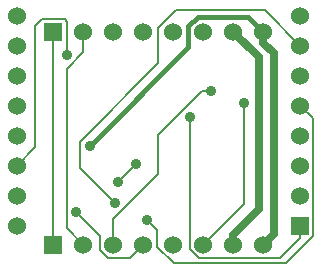
<source format=gbl>
G04 (created by PCBNEW (2013-jul-07)-stable) date Mon 01 Feb 2016 05:42:25 PM PST*
%MOIN*%
G04 Gerber Fmt 3.4, Leading zero omitted, Abs format*
%FSLAX34Y34*%
G01*
G70*
G90*
G04 APERTURE LIST*
%ADD10C,0.00590551*%
%ADD11C,0.06*%
%ADD12R,0.06X0.06*%
%ADD13C,0.035*%
%ADD14C,0.025*%
%ADD15C,0.016*%
%ADD16C,0.008*%
G04 APERTURE END LIST*
G54D10*
G54D11*
X40944Y-29569D03*
X40944Y-30569D03*
X40944Y-31569D03*
X40944Y-32569D03*
X40944Y-33569D03*
X40944Y-34569D03*
X40944Y-35569D03*
X40944Y-36569D03*
G54D12*
X50393Y-36569D03*
G54D11*
X50393Y-35569D03*
X50393Y-34569D03*
X50393Y-33569D03*
X50393Y-32569D03*
X50393Y-31569D03*
X50393Y-30569D03*
X50393Y-29569D03*
G54D12*
X42168Y-30117D03*
G54D11*
X43168Y-30117D03*
X44168Y-30117D03*
X45168Y-30117D03*
X46168Y-30117D03*
X47168Y-30117D03*
X48168Y-30117D03*
X49168Y-30117D03*
G54D12*
X42168Y-37205D03*
G54D11*
X43168Y-37205D03*
X44168Y-37205D03*
X45168Y-37205D03*
X46168Y-37205D03*
X47168Y-37205D03*
X48168Y-37205D03*
X49168Y-37205D03*
G54D13*
X43388Y-33913D03*
X47411Y-32094D03*
X48533Y-32498D03*
X44909Y-34525D03*
X44306Y-35121D03*
X42638Y-30875D03*
X46716Y-32938D03*
X44233Y-35824D03*
X45278Y-36384D03*
X42914Y-36107D03*
G54D14*
X49507Y-36866D02*
X49168Y-37205D01*
X49507Y-30807D02*
X49507Y-36866D01*
X49168Y-30468D02*
X49507Y-30807D01*
X49168Y-30117D02*
X49168Y-30468D01*
G54D15*
X46668Y-30633D02*
X43388Y-33913D01*
X46668Y-29924D02*
X46668Y-30633D01*
X46982Y-29610D02*
X46668Y-29924D01*
X48661Y-29610D02*
X46982Y-29610D01*
X49168Y-30117D02*
X48661Y-29610D01*
G54D16*
X47120Y-32094D02*
X47411Y-32094D01*
X45665Y-33549D02*
X47120Y-32094D01*
X45665Y-34849D02*
X45665Y-33549D01*
X44168Y-36346D02*
X45665Y-34849D01*
X44168Y-37205D02*
X44168Y-36346D01*
X48533Y-35840D02*
X48533Y-32498D01*
X47168Y-37205D02*
X48533Y-35840D01*
X44313Y-35121D02*
X44306Y-35121D01*
X44909Y-34525D02*
X44313Y-35121D01*
X42638Y-29770D02*
X42638Y-30875D01*
X42555Y-29687D02*
X42638Y-29770D01*
X41790Y-29687D02*
X42555Y-29687D01*
X41549Y-29928D02*
X41790Y-29687D01*
X41549Y-33964D02*
X41549Y-29928D01*
X40944Y-34569D02*
X41549Y-33964D01*
X50393Y-36569D02*
X50393Y-36999D01*
X46716Y-37361D02*
X46716Y-32938D01*
X47013Y-37658D02*
X46716Y-37361D01*
X49734Y-37658D02*
X47013Y-37658D01*
X50393Y-36999D02*
X49734Y-37658D01*
X42168Y-37205D02*
X42168Y-30117D01*
X43052Y-34643D02*
X44233Y-35824D01*
X43052Y-33779D02*
X43052Y-34643D01*
X45668Y-31163D02*
X43052Y-33779D01*
X45668Y-29984D02*
X45668Y-31163D01*
X46264Y-29388D02*
X45668Y-29984D01*
X49213Y-29388D02*
X46264Y-29388D01*
X50393Y-30569D02*
X49213Y-29388D01*
X45628Y-36733D02*
X45278Y-36384D01*
X45628Y-37278D02*
X45628Y-36733D01*
X46177Y-37828D02*
X45628Y-37278D01*
X49922Y-37828D02*
X46177Y-37828D01*
X50824Y-36926D02*
X49922Y-37828D01*
X50824Y-32999D02*
X50824Y-36926D01*
X50393Y-32569D02*
X50824Y-32999D01*
X42609Y-36645D02*
X43168Y-37205D01*
X42609Y-31335D02*
X42609Y-36645D01*
X43168Y-30775D02*
X42609Y-31335D01*
X43168Y-30117D02*
X43168Y-30775D01*
X43738Y-36931D02*
X42914Y-36107D01*
X43738Y-37389D02*
X43738Y-36931D01*
X43984Y-37635D02*
X43738Y-37389D01*
X44738Y-37635D02*
X43984Y-37635D01*
X45168Y-37205D02*
X44738Y-37635D01*
G54D14*
X49015Y-30964D02*
X48168Y-30117D01*
X49015Y-36023D02*
X49015Y-30964D01*
X48168Y-36870D02*
X49015Y-36023D01*
X48168Y-37205D02*
X48168Y-36870D01*
M02*

</source>
